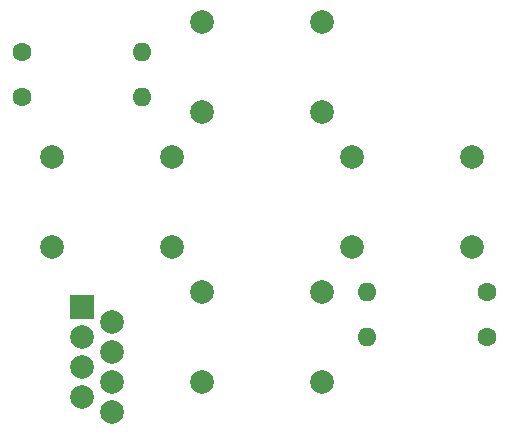
<source format=gbr>
G04 #@! TF.GenerationSoftware,KiCad,Pcbnew,(5.0.0)*
G04 #@! TF.CreationDate,2019-05-16T14:07:55+02:00*
G04 #@! TF.ProjectId,manette_2019_boutons,6D616E657474655F323031395F626F75,rev?*
G04 #@! TF.SameCoordinates,Original*
G04 #@! TF.FileFunction,Copper,L1,Top,Signal*
G04 #@! TF.FilePolarity,Positive*
%FSLAX46Y46*%
G04 Gerber Fmt 4.6, Leading zero omitted, Abs format (unit mm)*
G04 Created by KiCad (PCBNEW (5.0.0)) date 05/16/19 14:07:55*
%MOMM*%
%LPD*%
G01*
G04 APERTURE LIST*
G04 #@! TA.AperFunction,ComponentPad*
%ADD10C,1.600000*%
G04 #@! TD*
G04 #@! TA.AperFunction,ComponentPad*
%ADD11O,1.600000X1.600000*%
G04 #@! TD*
G04 #@! TA.AperFunction,ComponentPad*
%ADD12C,2.000000*%
G04 #@! TD*
G04 #@! TA.AperFunction,ComponentPad*
%ADD13R,2.000000X2.000000*%
G04 #@! TD*
G04 APERTURE END LIST*
D10*
G04 #@! TO.P,R1,1*
G04 #@! TO.N,Vcc_LED*
X137160000Y-78740000D03*
D11*
G04 #@! TO.P,R1,2*
G04 #@! TO.N,Net-(R1-Pad2)*
X147320000Y-78740000D03*
G04 #@! TD*
G04 #@! TO.P,R2,2*
G04 #@! TO.N,Net-(R2-Pad2)*
X166370000Y-99060000D03*
D10*
G04 #@! TO.P,R2,1*
G04 #@! TO.N,Vcc_LED*
X176530000Y-99060000D03*
G04 #@! TD*
G04 #@! TO.P,R3,1*
G04 #@! TO.N,Vcc_LED*
X176530000Y-95250000D03*
D11*
G04 #@! TO.P,R3,2*
G04 #@! TO.N,Net-(R3-Pad2)*
X166370000Y-95250000D03*
G04 #@! TD*
G04 #@! TO.P,R4,2*
G04 #@! TO.N,Net-(R4-Pad2)*
X147320000Y-74930000D03*
D10*
G04 #@! TO.P,R4,1*
G04 #@! TO.N,Vcc_LED*
X137160000Y-74930000D03*
G04 #@! TD*
D12*
G04 #@! TO.P,SW1,1*
G04 #@! TO.N,GND*
X149860000Y-83820000D03*
G04 #@! TO.P,SW1,2*
X139700000Y-83820000D03*
G04 #@! TO.P,SW1,3*
G04 #@! TO.N,Net-(R1-Pad2)*
X149860000Y-91440000D03*
G04 #@! TO.P,SW1,4*
G04 #@! TO.N,Bouton_Gauche*
X139700000Y-91440000D03*
G04 #@! TD*
G04 #@! TO.P,SW2,1*
G04 #@! TO.N,GND*
X162560000Y-95250000D03*
G04 #@! TO.P,SW2,2*
X152400000Y-95250000D03*
G04 #@! TO.P,SW2,3*
G04 #@! TO.N,Net-(R2-Pad2)*
X162560000Y-102870000D03*
G04 #@! TO.P,SW2,4*
G04 #@! TO.N,Bouton_Bas*
X152400000Y-102870000D03*
G04 #@! TD*
G04 #@! TO.P,SW3,1*
G04 #@! TO.N,GND*
X175260000Y-83820000D03*
G04 #@! TO.P,SW3,2*
X165100000Y-83820000D03*
G04 #@! TO.P,SW3,3*
G04 #@! TO.N,Net-(R3-Pad2)*
X175260000Y-91440000D03*
G04 #@! TO.P,SW3,4*
G04 #@! TO.N,Bouton_Droite*
X165100000Y-91440000D03*
G04 #@! TD*
G04 #@! TO.P,SW4,1*
G04 #@! TO.N,GND*
X162560000Y-72390000D03*
G04 #@! TO.P,SW4,2*
X152400000Y-72390000D03*
G04 #@! TO.P,SW4,3*
G04 #@! TO.N,Net-(R4-Pad2)*
X162560000Y-80010000D03*
G04 #@! TO.P,SW4,4*
G04 #@! TO.N,Bouton_Haut*
X152400000Y-80010000D03*
G04 #@! TD*
D13*
G04 #@! TO.P,J1,1*
G04 #@! TO.N,GND*
X142240000Y-96520000D03*
D12*
G04 #@! TO.P,J1,2*
G04 #@! TO.N,Bouton_Haut*
X144780000Y-97790000D03*
G04 #@! TO.P,J1,3*
G04 #@! TO.N,Vcc_LED*
X142240000Y-99060000D03*
G04 #@! TO.P,J1,4*
G04 #@! TO.N,Bouton_Droite*
X144780000Y-100330000D03*
G04 #@! TO.P,J1,5*
G04 #@! TO.N,Net-(J1-Pad5)*
X142240000Y-101600000D03*
G04 #@! TO.P,J1,6*
G04 #@! TO.N,Bouton_Bas*
X144780000Y-102870000D03*
G04 #@! TO.P,J1,7*
G04 #@! TO.N,Net-(J1-Pad7)*
X142240000Y-104140000D03*
G04 #@! TO.P,J1,8*
G04 #@! TO.N,Bouton_Gauche*
X144780000Y-105410000D03*
G04 #@! TD*
M02*

</source>
